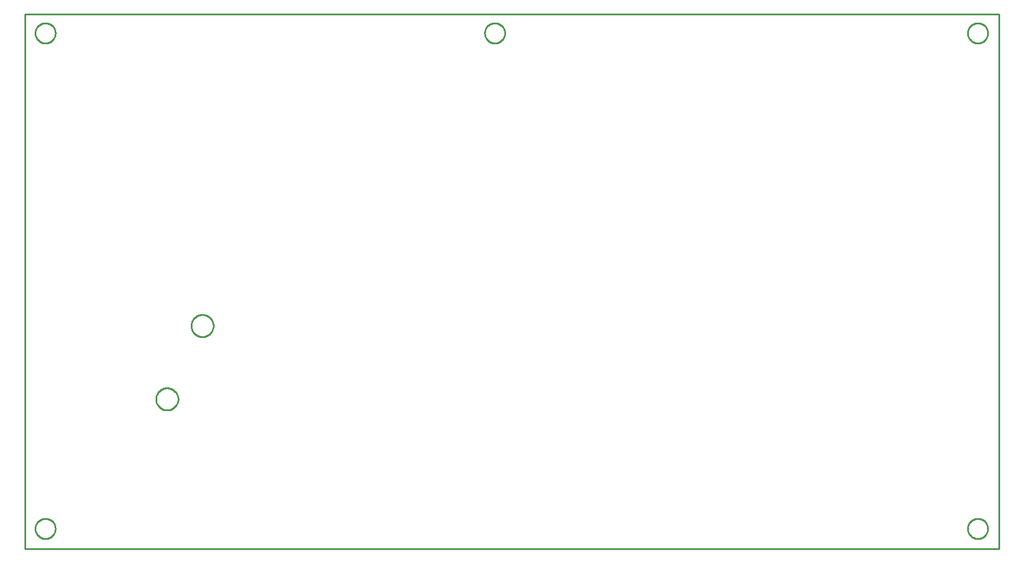
<source format=gbr>
G04 EAGLE Gerber RS-274X export*
G75*
%MOMM*%
%FSLAX34Y34*%
%LPD*%
%IN*%
%IPPOS*%
%AMOC8*
5,1,8,0,0,1.08239X$1,22.5*%
G01*
%ADD10C,0.254000*%


D10*
X-144Y-228D02*
X1451266Y-228D01*
X1451266Y798172D01*
X-144Y798172D01*
X-144Y-228D01*
X1434856Y769236D02*
X1434780Y768168D01*
X1434627Y767107D01*
X1434399Y766060D01*
X1434097Y765032D01*
X1433723Y764028D01*
X1433278Y763053D01*
X1432764Y762113D01*
X1432185Y761212D01*
X1431543Y760354D01*
X1430841Y759544D01*
X1430084Y758787D01*
X1429274Y758085D01*
X1428416Y757443D01*
X1427515Y756864D01*
X1426575Y756350D01*
X1425600Y755905D01*
X1424596Y755531D01*
X1423568Y755229D01*
X1422521Y755001D01*
X1421460Y754848D01*
X1420392Y754772D01*
X1419320Y754772D01*
X1418252Y754848D01*
X1417191Y755001D01*
X1416144Y755229D01*
X1415116Y755531D01*
X1414112Y755905D01*
X1413137Y756350D01*
X1412197Y756864D01*
X1411296Y757443D01*
X1410438Y758085D01*
X1409628Y758787D01*
X1408871Y759544D01*
X1408169Y760354D01*
X1407527Y761212D01*
X1406948Y762113D01*
X1406434Y763053D01*
X1405989Y764028D01*
X1405615Y765032D01*
X1405313Y766060D01*
X1405085Y767107D01*
X1404932Y768168D01*
X1404856Y769236D01*
X1404856Y770308D01*
X1404932Y771376D01*
X1405085Y772437D01*
X1405313Y773484D01*
X1405615Y774512D01*
X1405989Y775516D01*
X1406434Y776491D01*
X1406948Y777431D01*
X1407527Y778332D01*
X1408169Y779190D01*
X1408871Y780000D01*
X1409628Y780757D01*
X1410438Y781459D01*
X1411296Y782101D01*
X1412197Y782680D01*
X1413137Y783194D01*
X1414112Y783639D01*
X1415116Y784013D01*
X1416144Y784315D01*
X1417191Y784543D01*
X1418252Y784696D01*
X1419320Y784772D01*
X1420392Y784772D01*
X1421460Y784696D01*
X1422521Y784543D01*
X1423568Y784315D01*
X1424596Y784013D01*
X1425600Y783639D01*
X1426575Y783194D01*
X1427515Y782680D01*
X1428416Y782101D01*
X1429274Y781459D01*
X1430084Y780757D01*
X1430841Y780000D01*
X1431543Y779190D01*
X1432185Y778332D01*
X1432764Y777431D01*
X1433278Y776491D01*
X1433723Y775516D01*
X1434097Y774512D01*
X1434399Y773484D01*
X1434627Y772437D01*
X1434780Y771376D01*
X1434856Y770308D01*
X1434856Y769236D01*
X1434856Y29236D02*
X1434780Y28168D01*
X1434627Y27107D01*
X1434399Y26060D01*
X1434097Y25032D01*
X1433723Y24028D01*
X1433278Y23053D01*
X1432764Y22113D01*
X1432185Y21212D01*
X1431543Y20354D01*
X1430841Y19544D01*
X1430084Y18787D01*
X1429274Y18085D01*
X1428416Y17443D01*
X1427515Y16864D01*
X1426575Y16350D01*
X1425600Y15905D01*
X1424596Y15531D01*
X1423568Y15229D01*
X1422521Y15001D01*
X1421460Y14848D01*
X1420392Y14772D01*
X1419320Y14772D01*
X1418252Y14848D01*
X1417191Y15001D01*
X1416144Y15229D01*
X1415116Y15531D01*
X1414112Y15905D01*
X1413137Y16350D01*
X1412197Y16864D01*
X1411296Y17443D01*
X1410438Y18085D01*
X1409628Y18787D01*
X1408871Y19544D01*
X1408169Y20354D01*
X1407527Y21212D01*
X1406948Y22113D01*
X1406434Y23053D01*
X1405989Y24028D01*
X1405615Y25032D01*
X1405313Y26060D01*
X1405085Y27107D01*
X1404932Y28168D01*
X1404856Y29236D01*
X1404856Y30308D01*
X1404932Y31376D01*
X1405085Y32437D01*
X1405313Y33484D01*
X1405615Y34512D01*
X1405989Y35516D01*
X1406434Y36491D01*
X1406948Y37431D01*
X1407527Y38332D01*
X1408169Y39190D01*
X1408871Y40000D01*
X1409628Y40757D01*
X1410438Y41459D01*
X1411296Y42101D01*
X1412197Y42680D01*
X1413137Y43194D01*
X1414112Y43639D01*
X1415116Y44013D01*
X1416144Y44315D01*
X1417191Y44543D01*
X1418252Y44696D01*
X1419320Y44772D01*
X1420392Y44772D01*
X1421460Y44696D01*
X1422521Y44543D01*
X1423568Y44315D01*
X1424596Y44013D01*
X1425600Y43639D01*
X1426575Y43194D01*
X1427515Y42680D01*
X1428416Y42101D01*
X1429274Y41459D01*
X1430084Y40757D01*
X1430841Y40000D01*
X1431543Y39190D01*
X1432185Y38332D01*
X1432764Y37431D01*
X1433278Y36491D01*
X1433723Y35516D01*
X1434097Y34512D01*
X1434399Y33484D01*
X1434627Y32437D01*
X1434780Y31376D01*
X1434856Y30308D01*
X1434856Y29236D01*
X44856Y29236D02*
X44780Y28168D01*
X44627Y27107D01*
X44399Y26060D01*
X44097Y25032D01*
X43723Y24028D01*
X43278Y23053D01*
X42764Y22113D01*
X42185Y21212D01*
X41543Y20354D01*
X40841Y19544D01*
X40084Y18787D01*
X39274Y18085D01*
X38416Y17443D01*
X37515Y16864D01*
X36575Y16350D01*
X35600Y15905D01*
X34596Y15531D01*
X33568Y15229D01*
X32521Y15001D01*
X31460Y14848D01*
X30392Y14772D01*
X29320Y14772D01*
X28252Y14848D01*
X27191Y15001D01*
X26144Y15229D01*
X25116Y15531D01*
X24112Y15905D01*
X23137Y16350D01*
X22197Y16864D01*
X21296Y17443D01*
X20438Y18085D01*
X19628Y18787D01*
X18871Y19544D01*
X18169Y20354D01*
X17527Y21212D01*
X16948Y22113D01*
X16434Y23053D01*
X15989Y24028D01*
X15615Y25032D01*
X15313Y26060D01*
X15085Y27107D01*
X14932Y28168D01*
X14856Y29236D01*
X14856Y30308D01*
X14932Y31376D01*
X15085Y32437D01*
X15313Y33484D01*
X15615Y34512D01*
X15989Y35516D01*
X16434Y36491D01*
X16948Y37431D01*
X17527Y38332D01*
X18169Y39190D01*
X18871Y40000D01*
X19628Y40757D01*
X20438Y41459D01*
X21296Y42101D01*
X22197Y42680D01*
X23137Y43194D01*
X24112Y43639D01*
X25116Y44013D01*
X26144Y44315D01*
X27191Y44543D01*
X28252Y44696D01*
X29320Y44772D01*
X30392Y44772D01*
X31460Y44696D01*
X32521Y44543D01*
X33568Y44315D01*
X34596Y44013D01*
X35600Y43639D01*
X36575Y43194D01*
X37515Y42680D01*
X38416Y42101D01*
X39274Y41459D01*
X40084Y40757D01*
X40841Y40000D01*
X41543Y39190D01*
X42185Y38332D01*
X42764Y37431D01*
X43278Y36491D01*
X43723Y35516D01*
X44097Y34512D01*
X44399Y33484D01*
X44627Y32437D01*
X44780Y31376D01*
X44856Y30308D01*
X44856Y29236D01*
X44856Y769236D02*
X44780Y768168D01*
X44627Y767107D01*
X44399Y766060D01*
X44097Y765032D01*
X43723Y764028D01*
X43278Y763053D01*
X42764Y762113D01*
X42185Y761212D01*
X41543Y760354D01*
X40841Y759544D01*
X40084Y758787D01*
X39274Y758085D01*
X38416Y757443D01*
X37515Y756864D01*
X36575Y756350D01*
X35600Y755905D01*
X34596Y755531D01*
X33568Y755229D01*
X32521Y755001D01*
X31460Y754848D01*
X30392Y754772D01*
X29320Y754772D01*
X28252Y754848D01*
X27191Y755001D01*
X26144Y755229D01*
X25116Y755531D01*
X24112Y755905D01*
X23137Y756350D01*
X22197Y756864D01*
X21296Y757443D01*
X20438Y758085D01*
X19628Y758787D01*
X18871Y759544D01*
X18169Y760354D01*
X17527Y761212D01*
X16948Y762113D01*
X16434Y763053D01*
X15989Y764028D01*
X15615Y765032D01*
X15313Y766060D01*
X15085Y767107D01*
X14932Y768168D01*
X14856Y769236D01*
X14856Y770308D01*
X14932Y771376D01*
X15085Y772437D01*
X15313Y773484D01*
X15615Y774512D01*
X15989Y775516D01*
X16434Y776491D01*
X16948Y777431D01*
X17527Y778332D01*
X18169Y779190D01*
X18871Y780000D01*
X19628Y780757D01*
X20438Y781459D01*
X21296Y782101D01*
X22197Y782680D01*
X23137Y783194D01*
X24112Y783639D01*
X25116Y784013D01*
X26144Y784315D01*
X27191Y784543D01*
X28252Y784696D01*
X29320Y784772D01*
X30392Y784772D01*
X31460Y784696D01*
X32521Y784543D01*
X33568Y784315D01*
X34596Y784013D01*
X35600Y783639D01*
X36575Y783194D01*
X37515Y782680D01*
X38416Y782101D01*
X39274Y781459D01*
X40084Y780757D01*
X40841Y780000D01*
X41543Y779190D01*
X42185Y778332D01*
X42764Y777431D01*
X43278Y776491D01*
X43723Y775516D01*
X44097Y774512D01*
X44399Y773484D01*
X44627Y772437D01*
X44780Y771376D01*
X44856Y770308D01*
X44856Y769236D01*
X714856Y769236D02*
X714780Y768168D01*
X714627Y767107D01*
X714399Y766060D01*
X714097Y765032D01*
X713723Y764028D01*
X713278Y763053D01*
X712764Y762113D01*
X712185Y761212D01*
X711543Y760354D01*
X710841Y759544D01*
X710084Y758787D01*
X709274Y758085D01*
X708416Y757443D01*
X707515Y756864D01*
X706575Y756350D01*
X705600Y755905D01*
X704596Y755531D01*
X703568Y755229D01*
X702521Y755001D01*
X701460Y754848D01*
X700392Y754772D01*
X699320Y754772D01*
X698252Y754848D01*
X697191Y755001D01*
X696144Y755229D01*
X695116Y755531D01*
X694112Y755905D01*
X693137Y756350D01*
X692197Y756864D01*
X691296Y757443D01*
X690438Y758085D01*
X689628Y758787D01*
X688871Y759544D01*
X688169Y760354D01*
X687527Y761212D01*
X686948Y762113D01*
X686434Y763053D01*
X685989Y764028D01*
X685615Y765032D01*
X685313Y766060D01*
X685085Y767107D01*
X684932Y768168D01*
X684856Y769236D01*
X684856Y770308D01*
X684932Y771376D01*
X685085Y772437D01*
X685313Y773484D01*
X685615Y774512D01*
X685989Y775516D01*
X686434Y776491D01*
X686948Y777431D01*
X687527Y778332D01*
X688169Y779190D01*
X688871Y780000D01*
X689628Y780757D01*
X690438Y781459D01*
X691296Y782101D01*
X692197Y782680D01*
X693137Y783194D01*
X694112Y783639D01*
X695116Y784013D01*
X696144Y784315D01*
X697191Y784543D01*
X698252Y784696D01*
X699320Y784772D01*
X700392Y784772D01*
X701460Y784696D01*
X702521Y784543D01*
X703568Y784315D01*
X704596Y784013D01*
X705600Y783639D01*
X706575Y783194D01*
X707515Y782680D01*
X708416Y782101D01*
X709274Y781459D01*
X710084Y780757D01*
X710841Y780000D01*
X711543Y779190D01*
X712185Y778332D01*
X712764Y777431D01*
X713278Y776491D01*
X713723Y775516D01*
X714097Y774512D01*
X714399Y773484D01*
X714627Y772437D01*
X714780Y771376D01*
X714856Y770308D01*
X714856Y769236D01*
X227748Y222754D02*
X227677Y221675D01*
X227536Y220603D01*
X227325Y219543D01*
X227046Y218499D01*
X226698Y217475D01*
X226284Y216477D01*
X225806Y215507D01*
X225266Y214571D01*
X224665Y213672D01*
X224007Y212815D01*
X223295Y212002D01*
X222530Y211238D01*
X221717Y210525D01*
X220860Y209867D01*
X219961Y209266D01*
X219025Y208726D01*
X218055Y208248D01*
X217057Y207834D01*
X216033Y207486D01*
X214989Y207207D01*
X213929Y206996D01*
X212857Y206855D01*
X211778Y206784D01*
X210698Y206784D01*
X209619Y206855D01*
X208547Y206996D01*
X207487Y207207D01*
X206443Y207486D01*
X205419Y207834D01*
X204421Y208248D01*
X203451Y208726D01*
X202515Y209266D01*
X201616Y209867D01*
X200759Y210525D01*
X199946Y211238D01*
X199182Y212002D01*
X198469Y212815D01*
X197811Y213672D01*
X197210Y214571D01*
X196670Y215507D01*
X196192Y216477D01*
X195778Y217475D01*
X195430Y218499D01*
X195151Y219543D01*
X194940Y220603D01*
X194799Y221675D01*
X194728Y222754D01*
X194728Y223834D01*
X194799Y224913D01*
X194940Y225985D01*
X195151Y227045D01*
X195430Y228089D01*
X195778Y229113D01*
X196192Y230111D01*
X196670Y231081D01*
X197210Y232017D01*
X197811Y232916D01*
X198469Y233773D01*
X199182Y234586D01*
X199946Y235351D01*
X200759Y236063D01*
X201616Y236721D01*
X202515Y237322D01*
X203451Y237862D01*
X204421Y238340D01*
X205419Y238754D01*
X206443Y239102D01*
X207487Y239381D01*
X208547Y239592D01*
X209619Y239733D01*
X210698Y239804D01*
X211778Y239804D01*
X212857Y239733D01*
X213929Y239592D01*
X214989Y239381D01*
X216033Y239102D01*
X217057Y238754D01*
X218055Y238340D01*
X219025Y237862D01*
X219961Y237322D01*
X220860Y236721D01*
X221717Y236063D01*
X222530Y235351D01*
X223295Y234586D01*
X224007Y233773D01*
X224665Y232916D01*
X225266Y232017D01*
X225806Y231081D01*
X226284Y230111D01*
X226698Y229113D01*
X227046Y228089D01*
X227325Y227045D01*
X227536Y225985D01*
X227677Y224913D01*
X227748Y223834D01*
X227748Y222754D01*
X263268Y316216D02*
X262189Y316287D01*
X261117Y316428D01*
X260057Y316639D01*
X259013Y316918D01*
X257989Y317266D01*
X256991Y317680D01*
X256021Y318158D01*
X255085Y318698D01*
X254186Y319299D01*
X253329Y319957D01*
X252516Y320670D01*
X251752Y321434D01*
X251039Y322247D01*
X250381Y323104D01*
X249780Y324003D01*
X249240Y324939D01*
X248762Y325909D01*
X248348Y326907D01*
X248000Y327931D01*
X247721Y328975D01*
X247510Y330035D01*
X247369Y331107D01*
X247298Y332186D01*
X247298Y333266D01*
X247369Y334345D01*
X247510Y335417D01*
X247721Y336477D01*
X248000Y337521D01*
X248348Y338545D01*
X248762Y339543D01*
X249240Y340513D01*
X249780Y341449D01*
X250381Y342348D01*
X251039Y343205D01*
X251752Y344018D01*
X252516Y344783D01*
X253329Y345495D01*
X254186Y346153D01*
X255085Y346754D01*
X256021Y347294D01*
X256991Y347772D01*
X257989Y348186D01*
X259013Y348534D01*
X260057Y348813D01*
X261117Y349024D01*
X262189Y349165D01*
X263268Y349236D01*
X264348Y349236D01*
X265427Y349165D01*
X266499Y349024D01*
X267559Y348813D01*
X268603Y348534D01*
X269627Y348186D01*
X270625Y347772D01*
X271595Y347294D01*
X272531Y346754D01*
X273430Y346153D01*
X274287Y345495D01*
X275100Y344783D01*
X275865Y344018D01*
X276577Y343205D01*
X277235Y342348D01*
X277836Y341449D01*
X278376Y340513D01*
X278854Y339543D01*
X279268Y338545D01*
X279616Y337521D01*
X279895Y336477D01*
X280106Y335417D01*
X280247Y334345D01*
X280318Y333266D01*
X280318Y332186D01*
X280247Y331107D01*
X280106Y330035D01*
X279895Y328975D01*
X279616Y327931D01*
X279268Y326907D01*
X278854Y325909D01*
X278376Y324939D01*
X277836Y324003D01*
X277235Y323104D01*
X276577Y322247D01*
X275865Y321434D01*
X275100Y320670D01*
X274287Y319957D01*
X273430Y319299D01*
X272531Y318698D01*
X271595Y318158D01*
X270625Y317680D01*
X269627Y317266D01*
X268603Y316918D01*
X267559Y316639D01*
X266499Y316428D01*
X265427Y316287D01*
X264348Y316216D01*
X263268Y316216D01*
M02*

</source>
